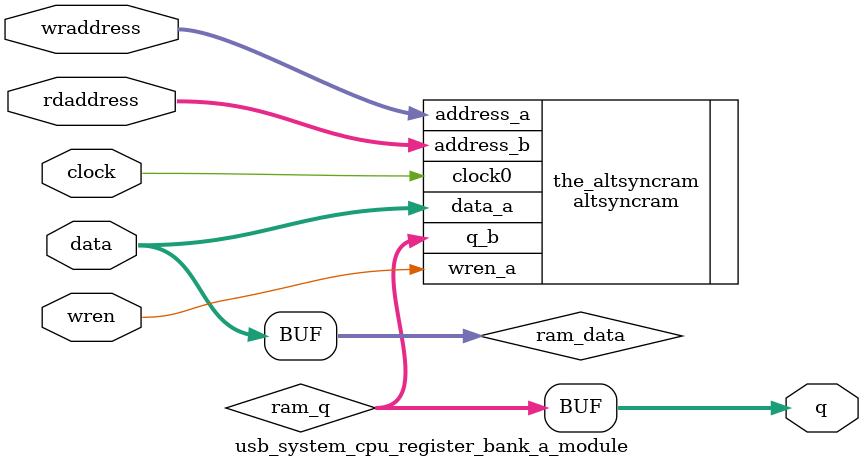
<source format=v>
module usb_system_cpu_register_bank_a_module (
                                               // inputs:
                                                clock,
                                                data,
                                                rdaddress,
                                                wraddress,
                                                wren,
                                               // outputs:
                                                q
                                             )
;
  parameter lpm_file = "UNUSED";
  output  [ 31: 0] q;
  input            clock;
  input   [ 31: 0] data;
  input   [  4: 0] rdaddress;
  input   [  4: 0] wraddress;
  input            wren;
  wire    [ 31: 0] q;
  wire    [ 31: 0] ram_data;
  wire    [ 31: 0] ram_q;
  assign q = ram_q;
  assign ram_data = data;
  altsyncram the_altsyncram
    (
      .address_a (wraddress),
      .address_b (rdaddress),
      .clock0 (clock),
      .data_a (ram_data),
      .q_b (ram_q),
      .wren_a (wren)
    );
  defparam the_altsyncram.address_reg_b = "CLOCK0",
           the_altsyncram.init_file = lpm_file,
           the_altsyncram.maximum_depth = 0,
           the_altsyncram.numwords_a = 32,
           the_altsyncram.numwords_b = 32,
           the_altsyncram.operation_mode = "DUAL_PORT",
           the_altsyncram.outdata_reg_b = "UNREGISTERED",
           the_altsyncram.ram_block_type = "AUTO",
           the_altsyncram.rdcontrol_reg_b = "CLOCK0",
           the_altsyncram.read_during_write_mode_mixed_ports = "DONT_CARE",
           the_altsyncram.width_a = 32,
           the_altsyncram.width_b = 32,
           the_altsyncram.widthad_a = 5,
           the_altsyncram.widthad_b = 5;
endmodule
</source>
